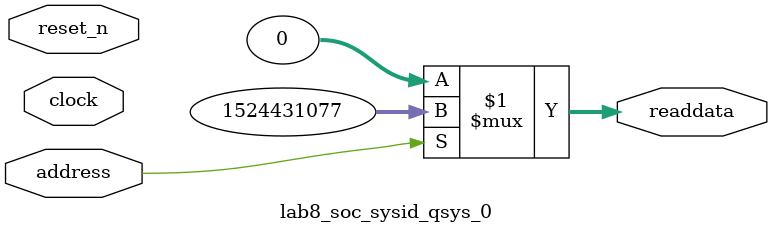
<source format=v>



// synthesis translate_off
`timescale 1ns / 1ps
// synthesis translate_on

// turn off superfluous verilog processor warnings 
// altera message_level Level1 
// altera message_off 10034 10035 10036 10037 10230 10240 10030 

module lab8_soc_sysid_qsys_0 (
               // inputs:
                address,
                clock,
                reset_n,

               // outputs:
                readdata
             )
;

  output  [ 31: 0] readdata;
  input            address;
  input            clock;
  input            reset_n;

  wire    [ 31: 0] readdata;
  //control_slave, which is an e_avalon_slave
  assign readdata = address ? 1524431077 : 0;

endmodule



</source>
